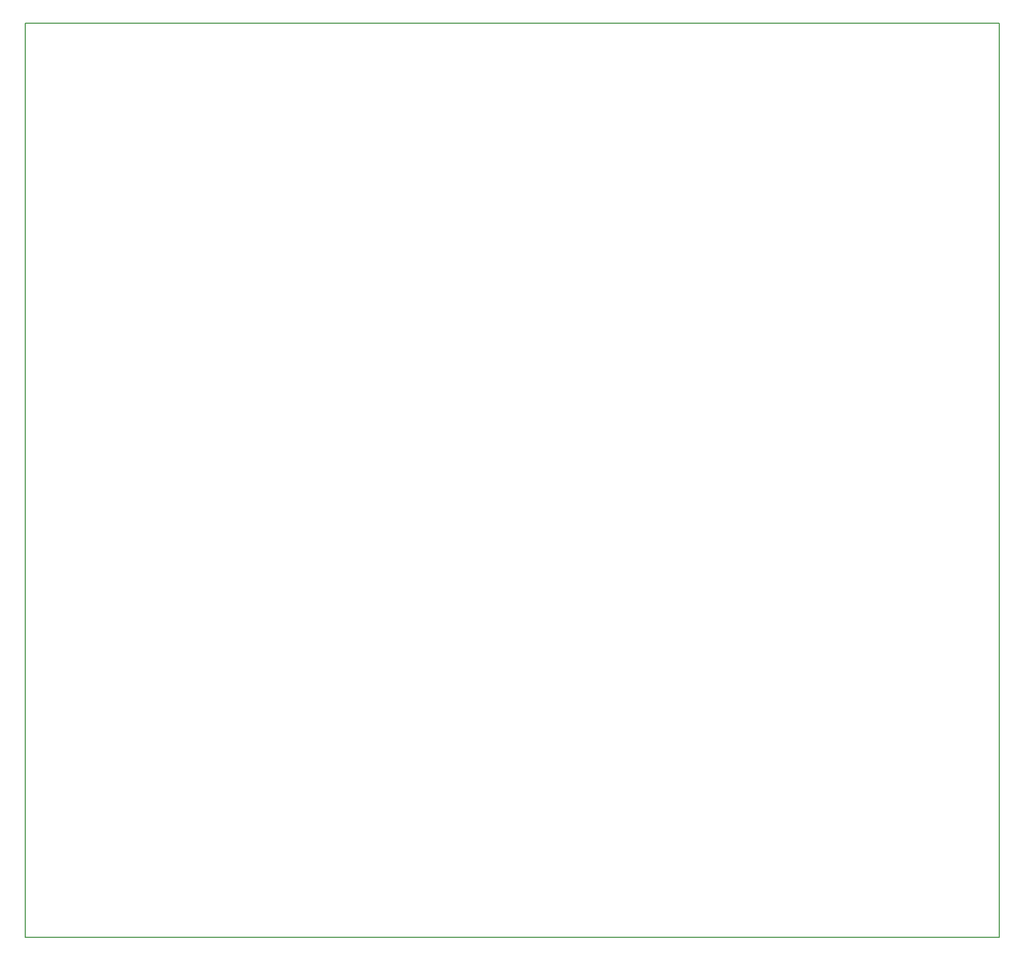
<source format=gbr>
G04 PROTEUS GERBER X2 FILE*
%TF.GenerationSoftware,Labcenter,Proteus,8.15-SP1-Build34318*%
%TF.CreationDate,2023-09-22T11:00:43+00:00*%
%TF.FileFunction,NonPlated,1,2,NPTH*%
%TF.FilePolarity,Positive*%
%TF.Part,Single*%
%TF.SameCoordinates,{daf6ecdc-d2ef-474e-a7a4-287faf42d1bd}*%
%FSLAX45Y45*%
%MOMM*%
G01*
%TA.AperFunction,Profile*%
%ADD23C,0.203200*%
%TD.AperFunction*%
D23*
X-12382500Y-8953500D02*
X+3619500Y-8953500D01*
X+3619500Y+6068060D01*
X-12382500Y+6068060D01*
X-12382500Y-8953500D01*
M02*

</source>
